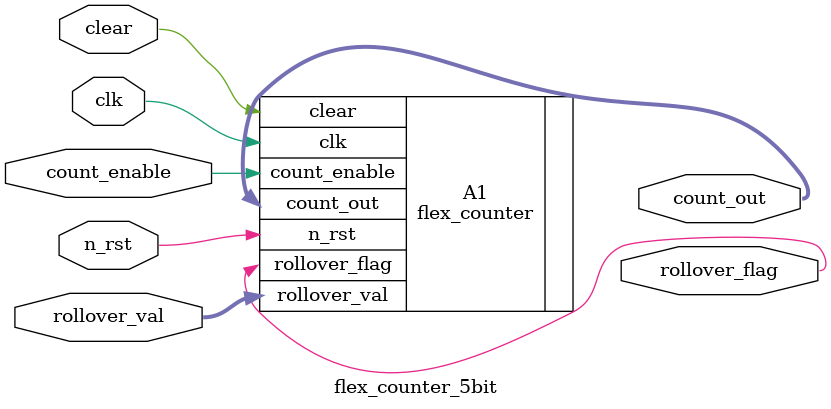
<source format=sv>
module flex_counter_5bit (
    input reg clear,
    input reg n_rst,
    input reg clk,
    input reg count_enable,
    input reg [4 : 0] rollover_val,
    output reg [4 : 0] count_out,
    output reg rollover_flag
);

    flex_counter #(.NUM_CNT_BITS(5)) A1 (.clear(clear), .n_rst(n_rst), .clk(clk), .count_enable(count_enable),
     .rollover_val(rollover_val), .count_out(count_out), .rollover_flag(rollover_flag));

endmodule

</source>
